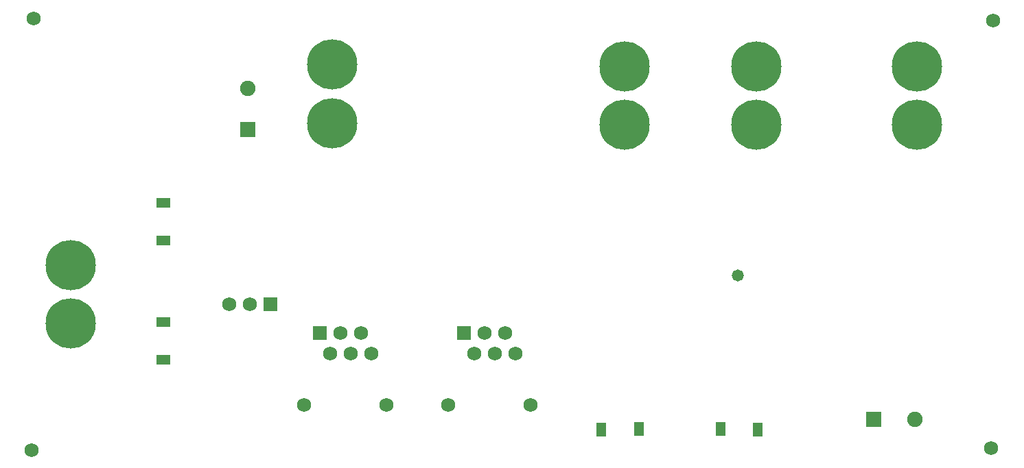
<source format=gbr>
%TF.GenerationSoftware,Altium Limited,Altium Designer,19.1.8 (144)*%
G04 Layer_Color=16711935*
%FSLAX26Y26*%
%MOIN*%
%TF.FileFunction,Soldermask,Bot*%
%TF.Part,Single*%
G01*
G75*
%TA.AperFunction,ComponentPad*%
%ADD33R,0.047370X0.067055*%
%ADD34R,0.067055X0.047370*%
%ADD35C,0.244220*%
%ADD36C,0.068000*%
%ADD37R,0.068000X0.068000*%
%ADD38C,0.074929*%
%ADD39R,0.074929X0.074929*%
%ADD40R,0.074929X0.074929*%
%TA.AperFunction,WasherPad*%
%ADD41C,0.068000*%
%TA.AperFunction,ViaPad*%
%ADD42C,0.058000*%
D33*
X3467559Y210197D02*
D03*
X3648661Y210000D02*
D03*
X3069921Y210197D02*
D03*
X2886850Y210000D02*
D03*
D34*
X760000Y1130000D02*
D03*
X760197Y1311102D02*
D03*
X760000Y732362D02*
D03*
X760197Y549291D02*
D03*
D35*
X4420000Y1975746D02*
D03*
Y1692281D02*
D03*
X3001124Y1975746D02*
D03*
Y1692281D02*
D03*
X1580000Y1983465D02*
D03*
Y1700000D02*
D03*
X3641124Y1975746D02*
D03*
Y1692281D02*
D03*
X310000Y1010000D02*
D03*
Y726535D02*
D03*
D36*
X1080000Y820000D02*
D03*
X1180000D02*
D03*
X1770000Y580000D02*
D03*
X1670000D02*
D03*
X1570000D02*
D03*
X1720000Y680000D02*
D03*
X1620000D02*
D03*
X1845000Y330000D02*
D03*
X1445000D02*
D03*
X2470000Y580000D02*
D03*
X2370000D02*
D03*
X2270000D02*
D03*
X2420000Y680000D02*
D03*
X2320000D02*
D03*
X2545000Y330000D02*
D03*
X2145000D02*
D03*
D37*
X1280000Y820000D02*
D03*
X1520000Y680000D02*
D03*
X2220000D02*
D03*
D38*
X4410000Y260000D02*
D03*
X1170000Y1870000D02*
D03*
D39*
X4210000Y260000D02*
D03*
D40*
X1170000Y1670000D02*
D03*
D41*
X130000Y2210000D02*
D03*
X120000Y110000D02*
D03*
X4790000Y2200000D02*
D03*
X4780000Y120000D02*
D03*
D42*
X3550000Y960000D02*
D03*
%TF.MD5,ae292eb6f585f7963fb31f82617e1bf1*%
M02*

</source>
